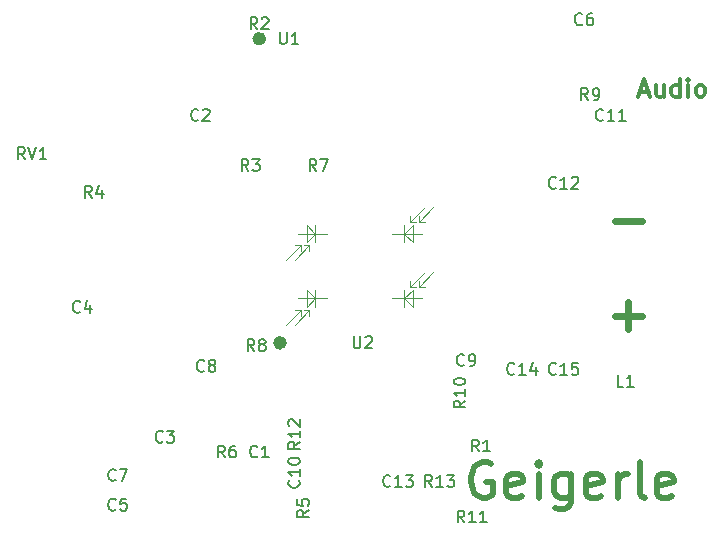
<source format=gbr>
%TF.GenerationSoftware,KiCad,Pcbnew,6.0.4-6f826c9f35~116~ubuntu20.04.1*%
%TF.CreationDate,2022-04-30T14:59:11+02:00*%
%TF.ProjectId,pin-gm-kicad,70696e2d-676d-42d6-9b69-6361642e6b69,rev?*%
%TF.SameCoordinates,Original*%
%TF.FileFunction,Legend,Top*%
%TF.FilePolarity,Positive*%
%FSLAX46Y46*%
G04 Gerber Fmt 4.6, Leading zero omitted, Abs format (unit mm)*
G04 Created by KiCad (PCBNEW 6.0.4-6f826c9f35~116~ubuntu20.04.1) date 2022-04-30 14:59:11*
%MOMM*%
%LPD*%
G01*
G04 APERTURE LIST*
%ADD10C,0.575000*%
%ADD11C,0.300000*%
%ADD12C,0.600000*%
%ADD13C,0.500000*%
%ADD14C,0.150000*%
%ADD15C,0.120000*%
G04 APERTURE END LIST*
D10*
X76787500Y-53250000D02*
G75*
G03*
X76787500Y-53250000I-287500J0D01*
G01*
X78537500Y-79000000D02*
G75*
G03*
X78537500Y-79000000I-287500J0D01*
G01*
D11*
X108750000Y-57750000D02*
X109464285Y-57750000D01*
X108607142Y-58178571D02*
X109107142Y-56678571D01*
X109607142Y-58178571D01*
X110750000Y-57178571D02*
X110750000Y-58178571D01*
X110107142Y-57178571D02*
X110107142Y-57964285D01*
X110178571Y-58107142D01*
X110321428Y-58178571D01*
X110535714Y-58178571D01*
X110678571Y-58107142D01*
X110750000Y-58035714D01*
X112107142Y-58178571D02*
X112107142Y-56678571D01*
X112107142Y-58107142D02*
X111964285Y-58178571D01*
X111678571Y-58178571D01*
X111535714Y-58107142D01*
X111464285Y-58035714D01*
X111392857Y-57892857D01*
X111392857Y-57464285D01*
X111464285Y-57321428D01*
X111535714Y-57250000D01*
X111678571Y-57178571D01*
X111964285Y-57178571D01*
X112107142Y-57250000D01*
X112821428Y-58178571D02*
X112821428Y-57178571D01*
X112821428Y-56678571D02*
X112750000Y-56750000D01*
X112821428Y-56821428D01*
X112892857Y-56750000D01*
X112821428Y-56678571D01*
X112821428Y-56821428D01*
X113750000Y-58178571D02*
X113607142Y-58107142D01*
X113535714Y-58035714D01*
X113464285Y-57892857D01*
X113464285Y-57464285D01*
X113535714Y-57321428D01*
X113607142Y-57250000D01*
X113750000Y-57178571D01*
X113964285Y-57178571D01*
X114107142Y-57250000D01*
X114178571Y-57321428D01*
X114250000Y-57464285D01*
X114250000Y-57892857D01*
X114178571Y-58035714D01*
X114107142Y-58107142D01*
X113964285Y-58178571D01*
X113750000Y-58178571D01*
D12*
X106607142Y-76714285D02*
X108892857Y-76714285D01*
X107750000Y-77857142D02*
X107750000Y-75571428D01*
X106607142Y-68714285D02*
X108892857Y-68714285D01*
D13*
X96142857Y-89250000D02*
X95857142Y-89107142D01*
X95428571Y-89107142D01*
X95000000Y-89250000D01*
X94714285Y-89535714D01*
X94571428Y-89821428D01*
X94428571Y-90392857D01*
X94428571Y-90821428D01*
X94571428Y-91392857D01*
X94714285Y-91678571D01*
X95000000Y-91964285D01*
X95428571Y-92107142D01*
X95714285Y-92107142D01*
X96142857Y-91964285D01*
X96285714Y-91821428D01*
X96285714Y-90821428D01*
X95714285Y-90821428D01*
X98714285Y-91964285D02*
X98428571Y-92107142D01*
X97857142Y-92107142D01*
X97571428Y-91964285D01*
X97428571Y-91678571D01*
X97428571Y-90535714D01*
X97571428Y-90250000D01*
X97857142Y-90107142D01*
X98428571Y-90107142D01*
X98714285Y-90250000D01*
X98857142Y-90535714D01*
X98857142Y-90821428D01*
X97428571Y-91107142D01*
X100142857Y-92107142D02*
X100142857Y-90107142D01*
X100142857Y-89107142D02*
X100000000Y-89250000D01*
X100142857Y-89392857D01*
X100285714Y-89250000D01*
X100142857Y-89107142D01*
X100142857Y-89392857D01*
X102857142Y-90107142D02*
X102857142Y-92535714D01*
X102714285Y-92821428D01*
X102571428Y-92964285D01*
X102285714Y-93107142D01*
X101857142Y-93107142D01*
X101571428Y-92964285D01*
X102857142Y-91964285D02*
X102571428Y-92107142D01*
X102000000Y-92107142D01*
X101714285Y-91964285D01*
X101571428Y-91821428D01*
X101428571Y-91535714D01*
X101428571Y-90678571D01*
X101571428Y-90392857D01*
X101714285Y-90250000D01*
X102000000Y-90107142D01*
X102571428Y-90107142D01*
X102857142Y-90250000D01*
X105428571Y-91964285D02*
X105142857Y-92107142D01*
X104571428Y-92107142D01*
X104285714Y-91964285D01*
X104142857Y-91678571D01*
X104142857Y-90535714D01*
X104285714Y-90250000D01*
X104571428Y-90107142D01*
X105142857Y-90107142D01*
X105428571Y-90250000D01*
X105571428Y-90535714D01*
X105571428Y-90821428D01*
X104142857Y-91107142D01*
X106857142Y-92107142D02*
X106857142Y-90107142D01*
X106857142Y-90678571D02*
X107000000Y-90392857D01*
X107142857Y-90250000D01*
X107428571Y-90107142D01*
X107714285Y-90107142D01*
X109142857Y-92107142D02*
X108857142Y-91964285D01*
X108714285Y-91678571D01*
X108714285Y-89107142D01*
X111428571Y-91964285D02*
X111142857Y-92107142D01*
X110571428Y-92107142D01*
X110285714Y-91964285D01*
X110142857Y-91678571D01*
X110142857Y-90535714D01*
X110285714Y-90250000D01*
X110571428Y-90107142D01*
X111142857Y-90107142D01*
X111428571Y-90250000D01*
X111571428Y-90535714D01*
X111571428Y-90821428D01*
X110142857Y-91107142D01*
D14*
%TO.C,C5*%
X64333333Y-93107142D02*
X64285714Y-93154761D01*
X64142857Y-93202380D01*
X64047619Y-93202380D01*
X63904761Y-93154761D01*
X63809523Y-93059523D01*
X63761904Y-92964285D01*
X63714285Y-92773809D01*
X63714285Y-92630952D01*
X63761904Y-92440476D01*
X63809523Y-92345238D01*
X63904761Y-92250000D01*
X64047619Y-92202380D01*
X64142857Y-92202380D01*
X64285714Y-92250000D01*
X64333333Y-92297619D01*
X65238095Y-92202380D02*
X64761904Y-92202380D01*
X64714285Y-92678571D01*
X64761904Y-92630952D01*
X64857142Y-92583333D01*
X65095238Y-92583333D01*
X65190476Y-92630952D01*
X65238095Y-92678571D01*
X65285714Y-92773809D01*
X65285714Y-93011904D01*
X65238095Y-93107142D01*
X65190476Y-93154761D01*
X65095238Y-93202380D01*
X64857142Y-93202380D01*
X64761904Y-93154761D01*
X64714285Y-93107142D01*
%TO.C,RV1*%
X56654761Y-63452380D02*
X56321428Y-62976190D01*
X56083333Y-63452380D02*
X56083333Y-62452380D01*
X56464285Y-62452380D01*
X56559523Y-62500000D01*
X56607142Y-62547619D01*
X56654761Y-62642857D01*
X56654761Y-62785714D01*
X56607142Y-62880952D01*
X56559523Y-62928571D01*
X56464285Y-62976190D01*
X56083333Y-62976190D01*
X56940476Y-62452380D02*
X57273809Y-63452380D01*
X57607142Y-62452380D01*
X58464285Y-63452380D02*
X57892857Y-63452380D01*
X58178571Y-63452380D02*
X58178571Y-62452380D01*
X58083333Y-62595238D01*
X57988095Y-62690476D01*
X57892857Y-62738095D01*
%TO.C,C12*%
X101607142Y-65857142D02*
X101559523Y-65904761D01*
X101416666Y-65952380D01*
X101321428Y-65952380D01*
X101178571Y-65904761D01*
X101083333Y-65809523D01*
X101035714Y-65714285D01*
X100988095Y-65523809D01*
X100988095Y-65380952D01*
X101035714Y-65190476D01*
X101083333Y-65095238D01*
X101178571Y-65000000D01*
X101321428Y-64952380D01*
X101416666Y-64952380D01*
X101559523Y-65000000D01*
X101607142Y-65047619D01*
X102559523Y-65952380D02*
X101988095Y-65952380D01*
X102273809Y-65952380D02*
X102273809Y-64952380D01*
X102178571Y-65095238D01*
X102083333Y-65190476D01*
X101988095Y-65238095D01*
X102940476Y-65047619D02*
X102988095Y-65000000D01*
X103083333Y-64952380D01*
X103321428Y-64952380D01*
X103416666Y-65000000D01*
X103464285Y-65047619D01*
X103511904Y-65142857D01*
X103511904Y-65238095D01*
X103464285Y-65380952D01*
X102892857Y-65952380D01*
X103511904Y-65952380D01*
%TO.C,C4*%
X61333333Y-76357142D02*
X61285714Y-76404761D01*
X61142857Y-76452380D01*
X61047619Y-76452380D01*
X60904761Y-76404761D01*
X60809523Y-76309523D01*
X60761904Y-76214285D01*
X60714285Y-76023809D01*
X60714285Y-75880952D01*
X60761904Y-75690476D01*
X60809523Y-75595238D01*
X60904761Y-75500000D01*
X61047619Y-75452380D01*
X61142857Y-75452380D01*
X61285714Y-75500000D01*
X61333333Y-75547619D01*
X62190476Y-75785714D02*
X62190476Y-76452380D01*
X61952380Y-75404761D02*
X61714285Y-76119047D01*
X62333333Y-76119047D01*
%TO.C,C15*%
X101607142Y-81607142D02*
X101559523Y-81654761D01*
X101416666Y-81702380D01*
X101321428Y-81702380D01*
X101178571Y-81654761D01*
X101083333Y-81559523D01*
X101035714Y-81464285D01*
X100988095Y-81273809D01*
X100988095Y-81130952D01*
X101035714Y-80940476D01*
X101083333Y-80845238D01*
X101178571Y-80750000D01*
X101321428Y-80702380D01*
X101416666Y-80702380D01*
X101559523Y-80750000D01*
X101607142Y-80797619D01*
X102559523Y-81702380D02*
X101988095Y-81702380D01*
X102273809Y-81702380D02*
X102273809Y-80702380D01*
X102178571Y-80845238D01*
X102083333Y-80940476D01*
X101988095Y-80988095D01*
X103464285Y-80702380D02*
X102988095Y-80702380D01*
X102940476Y-81178571D01*
X102988095Y-81130952D01*
X103083333Y-81083333D01*
X103321428Y-81083333D01*
X103416666Y-81130952D01*
X103464285Y-81178571D01*
X103511904Y-81273809D01*
X103511904Y-81511904D01*
X103464285Y-81607142D01*
X103416666Y-81654761D01*
X103321428Y-81702380D01*
X103083333Y-81702380D01*
X102988095Y-81654761D01*
X102940476Y-81607142D01*
%TO.C,R10*%
X93952380Y-83892857D02*
X93476190Y-84226190D01*
X93952380Y-84464285D02*
X92952380Y-84464285D01*
X92952380Y-84083333D01*
X93000000Y-83988095D01*
X93047619Y-83940476D01*
X93142857Y-83892857D01*
X93285714Y-83892857D01*
X93380952Y-83940476D01*
X93428571Y-83988095D01*
X93476190Y-84083333D01*
X93476190Y-84464285D01*
X93952380Y-82940476D02*
X93952380Y-83511904D01*
X93952380Y-83226190D02*
X92952380Y-83226190D01*
X93095238Y-83321428D01*
X93190476Y-83416666D01*
X93238095Y-83511904D01*
X92952380Y-82321428D02*
X92952380Y-82226190D01*
X93000000Y-82130952D01*
X93047619Y-82083333D01*
X93142857Y-82035714D01*
X93333333Y-81988095D01*
X93571428Y-81988095D01*
X93761904Y-82035714D01*
X93857142Y-82083333D01*
X93904761Y-82130952D01*
X93952380Y-82226190D01*
X93952380Y-82321428D01*
X93904761Y-82416666D01*
X93857142Y-82464285D01*
X93761904Y-82511904D01*
X93571428Y-82559523D01*
X93333333Y-82559523D01*
X93142857Y-82511904D01*
X93047619Y-82464285D01*
X93000000Y-82416666D01*
X92952380Y-82321428D01*
%TO.C,R13*%
X91107142Y-91202380D02*
X90773809Y-90726190D01*
X90535714Y-91202380D02*
X90535714Y-90202380D01*
X90916666Y-90202380D01*
X91011904Y-90250000D01*
X91059523Y-90297619D01*
X91107142Y-90392857D01*
X91107142Y-90535714D01*
X91059523Y-90630952D01*
X91011904Y-90678571D01*
X90916666Y-90726190D01*
X90535714Y-90726190D01*
X92059523Y-91202380D02*
X91488095Y-91202380D01*
X91773809Y-91202380D02*
X91773809Y-90202380D01*
X91678571Y-90345238D01*
X91583333Y-90440476D01*
X91488095Y-90488095D01*
X92392857Y-90202380D02*
X93011904Y-90202380D01*
X92678571Y-90583333D01*
X92821428Y-90583333D01*
X92916666Y-90630952D01*
X92964285Y-90678571D01*
X93011904Y-90773809D01*
X93011904Y-91011904D01*
X92964285Y-91107142D01*
X92916666Y-91154761D01*
X92821428Y-91202380D01*
X92535714Y-91202380D01*
X92440476Y-91154761D01*
X92392857Y-91107142D01*
%TO.C,R3*%
X75583333Y-64452380D02*
X75250000Y-63976190D01*
X75011904Y-64452380D02*
X75011904Y-63452380D01*
X75392857Y-63452380D01*
X75488095Y-63500000D01*
X75535714Y-63547619D01*
X75583333Y-63642857D01*
X75583333Y-63785714D01*
X75535714Y-63880952D01*
X75488095Y-63928571D01*
X75392857Y-63976190D01*
X75011904Y-63976190D01*
X75916666Y-63452380D02*
X76535714Y-63452380D01*
X76202380Y-63833333D01*
X76345238Y-63833333D01*
X76440476Y-63880952D01*
X76488095Y-63928571D01*
X76535714Y-64023809D01*
X76535714Y-64261904D01*
X76488095Y-64357142D01*
X76440476Y-64404761D01*
X76345238Y-64452380D01*
X76059523Y-64452380D01*
X75964285Y-64404761D01*
X75916666Y-64357142D01*
%TO.C,R8*%
X76083333Y-79702380D02*
X75750000Y-79226190D01*
X75511904Y-79702380D02*
X75511904Y-78702380D01*
X75892857Y-78702380D01*
X75988095Y-78750000D01*
X76035714Y-78797619D01*
X76083333Y-78892857D01*
X76083333Y-79035714D01*
X76035714Y-79130952D01*
X75988095Y-79178571D01*
X75892857Y-79226190D01*
X75511904Y-79226190D01*
X76654761Y-79130952D02*
X76559523Y-79083333D01*
X76511904Y-79035714D01*
X76464285Y-78940476D01*
X76464285Y-78892857D01*
X76511904Y-78797619D01*
X76559523Y-78750000D01*
X76654761Y-78702380D01*
X76845238Y-78702380D01*
X76940476Y-78750000D01*
X76988095Y-78797619D01*
X77035714Y-78892857D01*
X77035714Y-78940476D01*
X76988095Y-79035714D01*
X76940476Y-79083333D01*
X76845238Y-79130952D01*
X76654761Y-79130952D01*
X76559523Y-79178571D01*
X76511904Y-79226190D01*
X76464285Y-79321428D01*
X76464285Y-79511904D01*
X76511904Y-79607142D01*
X76559523Y-79654761D01*
X76654761Y-79702380D01*
X76845238Y-79702380D01*
X76940476Y-79654761D01*
X76988095Y-79607142D01*
X77035714Y-79511904D01*
X77035714Y-79321428D01*
X76988095Y-79226190D01*
X76940476Y-79178571D01*
X76845238Y-79130952D01*
%TO.C,R1*%
X95083333Y-88202380D02*
X94750000Y-87726190D01*
X94511904Y-88202380D02*
X94511904Y-87202380D01*
X94892857Y-87202380D01*
X94988095Y-87250000D01*
X95035714Y-87297619D01*
X95083333Y-87392857D01*
X95083333Y-87535714D01*
X95035714Y-87630952D01*
X94988095Y-87678571D01*
X94892857Y-87726190D01*
X94511904Y-87726190D01*
X96035714Y-88202380D02*
X95464285Y-88202380D01*
X95750000Y-88202380D02*
X95750000Y-87202380D01*
X95654761Y-87345238D01*
X95559523Y-87440476D01*
X95464285Y-87488095D01*
%TO.C,R12*%
X79952380Y-87392857D02*
X79476190Y-87726190D01*
X79952380Y-87964285D02*
X78952380Y-87964285D01*
X78952380Y-87583333D01*
X79000000Y-87488095D01*
X79047619Y-87440476D01*
X79142857Y-87392857D01*
X79285714Y-87392857D01*
X79380952Y-87440476D01*
X79428571Y-87488095D01*
X79476190Y-87583333D01*
X79476190Y-87964285D01*
X79952380Y-86440476D02*
X79952380Y-87011904D01*
X79952380Y-86726190D02*
X78952380Y-86726190D01*
X79095238Y-86821428D01*
X79190476Y-86916666D01*
X79238095Y-87011904D01*
X79047619Y-86059523D02*
X79000000Y-86011904D01*
X78952380Y-85916666D01*
X78952380Y-85678571D01*
X79000000Y-85583333D01*
X79047619Y-85535714D01*
X79142857Y-85488095D01*
X79238095Y-85488095D01*
X79380952Y-85535714D01*
X79952380Y-86107142D01*
X79952380Y-85488095D01*
%TO.C,R2*%
X76333333Y-52452380D02*
X76000000Y-51976190D01*
X75761904Y-52452380D02*
X75761904Y-51452380D01*
X76142857Y-51452380D01*
X76238095Y-51500000D01*
X76285714Y-51547619D01*
X76333333Y-51642857D01*
X76333333Y-51785714D01*
X76285714Y-51880952D01*
X76238095Y-51928571D01*
X76142857Y-51976190D01*
X75761904Y-51976190D01*
X76714285Y-51547619D02*
X76761904Y-51500000D01*
X76857142Y-51452380D01*
X77095238Y-51452380D01*
X77190476Y-51500000D01*
X77238095Y-51547619D01*
X77285714Y-51642857D01*
X77285714Y-51738095D01*
X77238095Y-51880952D01*
X76666666Y-52452380D01*
X77285714Y-52452380D01*
%TO.C,L1*%
X107333333Y-82702380D02*
X106857142Y-82702380D01*
X106857142Y-81702380D01*
X108190476Y-82702380D02*
X107619047Y-82702380D01*
X107904761Y-82702380D02*
X107904761Y-81702380D01*
X107809523Y-81845238D01*
X107714285Y-81940476D01*
X107619047Y-81988095D01*
%TO.C,R9*%
X104333333Y-58452380D02*
X104000000Y-57976190D01*
X103761904Y-58452380D02*
X103761904Y-57452380D01*
X104142857Y-57452380D01*
X104238095Y-57500000D01*
X104285714Y-57547619D01*
X104333333Y-57642857D01*
X104333333Y-57785714D01*
X104285714Y-57880952D01*
X104238095Y-57928571D01*
X104142857Y-57976190D01*
X103761904Y-57976190D01*
X104809523Y-58452380D02*
X105000000Y-58452380D01*
X105095238Y-58404761D01*
X105142857Y-58357142D01*
X105238095Y-58214285D01*
X105285714Y-58023809D01*
X105285714Y-57642857D01*
X105238095Y-57547619D01*
X105190476Y-57500000D01*
X105095238Y-57452380D01*
X104904761Y-57452380D01*
X104809523Y-57500000D01*
X104761904Y-57547619D01*
X104714285Y-57642857D01*
X104714285Y-57880952D01*
X104761904Y-57976190D01*
X104809523Y-58023809D01*
X104904761Y-58071428D01*
X105095238Y-58071428D01*
X105190476Y-58023809D01*
X105238095Y-57976190D01*
X105285714Y-57880952D01*
%TO.C,C14*%
X98107142Y-81607142D02*
X98059523Y-81654761D01*
X97916666Y-81702380D01*
X97821428Y-81702380D01*
X97678571Y-81654761D01*
X97583333Y-81559523D01*
X97535714Y-81464285D01*
X97488095Y-81273809D01*
X97488095Y-81130952D01*
X97535714Y-80940476D01*
X97583333Y-80845238D01*
X97678571Y-80750000D01*
X97821428Y-80702380D01*
X97916666Y-80702380D01*
X98059523Y-80750000D01*
X98107142Y-80797619D01*
X99059523Y-81702380D02*
X98488095Y-81702380D01*
X98773809Y-81702380D02*
X98773809Y-80702380D01*
X98678571Y-80845238D01*
X98583333Y-80940476D01*
X98488095Y-80988095D01*
X99916666Y-81035714D02*
X99916666Y-81702380D01*
X99678571Y-80654761D02*
X99440476Y-81369047D01*
X100059523Y-81369047D01*
%TO.C,R6*%
X73583333Y-88702380D02*
X73250000Y-88226190D01*
X73011904Y-88702380D02*
X73011904Y-87702380D01*
X73392857Y-87702380D01*
X73488095Y-87750000D01*
X73535714Y-87797619D01*
X73583333Y-87892857D01*
X73583333Y-88035714D01*
X73535714Y-88130952D01*
X73488095Y-88178571D01*
X73392857Y-88226190D01*
X73011904Y-88226190D01*
X74440476Y-87702380D02*
X74250000Y-87702380D01*
X74154761Y-87750000D01*
X74107142Y-87797619D01*
X74011904Y-87940476D01*
X73964285Y-88130952D01*
X73964285Y-88511904D01*
X74011904Y-88607142D01*
X74059523Y-88654761D01*
X74154761Y-88702380D01*
X74345238Y-88702380D01*
X74440476Y-88654761D01*
X74488095Y-88607142D01*
X74535714Y-88511904D01*
X74535714Y-88273809D01*
X74488095Y-88178571D01*
X74440476Y-88130952D01*
X74345238Y-88083333D01*
X74154761Y-88083333D01*
X74059523Y-88130952D01*
X74011904Y-88178571D01*
X73964285Y-88273809D01*
%TO.C,C10*%
X79857142Y-90642857D02*
X79904761Y-90690476D01*
X79952380Y-90833333D01*
X79952380Y-90928571D01*
X79904761Y-91071428D01*
X79809523Y-91166666D01*
X79714285Y-91214285D01*
X79523809Y-91261904D01*
X79380952Y-91261904D01*
X79190476Y-91214285D01*
X79095238Y-91166666D01*
X79000000Y-91071428D01*
X78952380Y-90928571D01*
X78952380Y-90833333D01*
X79000000Y-90690476D01*
X79047619Y-90642857D01*
X79952380Y-89690476D02*
X79952380Y-90261904D01*
X79952380Y-89976190D02*
X78952380Y-89976190D01*
X79095238Y-90071428D01*
X79190476Y-90166666D01*
X79238095Y-90261904D01*
X78952380Y-89071428D02*
X78952380Y-88976190D01*
X79000000Y-88880952D01*
X79047619Y-88833333D01*
X79142857Y-88785714D01*
X79333333Y-88738095D01*
X79571428Y-88738095D01*
X79761904Y-88785714D01*
X79857142Y-88833333D01*
X79904761Y-88880952D01*
X79952380Y-88976190D01*
X79952380Y-89071428D01*
X79904761Y-89166666D01*
X79857142Y-89214285D01*
X79761904Y-89261904D01*
X79571428Y-89309523D01*
X79333333Y-89309523D01*
X79142857Y-89261904D01*
X79047619Y-89214285D01*
X79000000Y-89166666D01*
X78952380Y-89071428D01*
%TO.C,U2*%
X84488095Y-78452380D02*
X84488095Y-79261904D01*
X84535714Y-79357142D01*
X84583333Y-79404761D01*
X84678571Y-79452380D01*
X84869047Y-79452380D01*
X84964285Y-79404761D01*
X85011904Y-79357142D01*
X85059523Y-79261904D01*
X85059523Y-78452380D01*
X85488095Y-78547619D02*
X85535714Y-78500000D01*
X85630952Y-78452380D01*
X85869047Y-78452380D01*
X85964285Y-78500000D01*
X86011904Y-78547619D01*
X86059523Y-78642857D01*
X86059523Y-78738095D01*
X86011904Y-78880952D01*
X85440476Y-79452380D01*
X86059523Y-79452380D01*
%TO.C,R4*%
X62333333Y-66702380D02*
X62000000Y-66226190D01*
X61761904Y-66702380D02*
X61761904Y-65702380D01*
X62142857Y-65702380D01*
X62238095Y-65750000D01*
X62285714Y-65797619D01*
X62333333Y-65892857D01*
X62333333Y-66035714D01*
X62285714Y-66130952D01*
X62238095Y-66178571D01*
X62142857Y-66226190D01*
X61761904Y-66226190D01*
X63190476Y-66035714D02*
X63190476Y-66702380D01*
X62952380Y-65654761D02*
X62714285Y-66369047D01*
X63333333Y-66369047D01*
%TO.C,C3*%
X68333333Y-87357142D02*
X68285714Y-87404761D01*
X68142857Y-87452380D01*
X68047619Y-87452380D01*
X67904761Y-87404761D01*
X67809523Y-87309523D01*
X67761904Y-87214285D01*
X67714285Y-87023809D01*
X67714285Y-86880952D01*
X67761904Y-86690476D01*
X67809523Y-86595238D01*
X67904761Y-86500000D01*
X68047619Y-86452380D01*
X68142857Y-86452380D01*
X68285714Y-86500000D01*
X68333333Y-86547619D01*
X68666666Y-86452380D02*
X69285714Y-86452380D01*
X68952380Y-86833333D01*
X69095238Y-86833333D01*
X69190476Y-86880952D01*
X69238095Y-86928571D01*
X69285714Y-87023809D01*
X69285714Y-87261904D01*
X69238095Y-87357142D01*
X69190476Y-87404761D01*
X69095238Y-87452380D01*
X68809523Y-87452380D01*
X68714285Y-87404761D01*
X68666666Y-87357142D01*
%TO.C,R11*%
X93857142Y-94202380D02*
X93523809Y-93726190D01*
X93285714Y-94202380D02*
X93285714Y-93202380D01*
X93666666Y-93202380D01*
X93761904Y-93250000D01*
X93809523Y-93297619D01*
X93857142Y-93392857D01*
X93857142Y-93535714D01*
X93809523Y-93630952D01*
X93761904Y-93678571D01*
X93666666Y-93726190D01*
X93285714Y-93726190D01*
X94809523Y-94202380D02*
X94238095Y-94202380D01*
X94523809Y-94202380D02*
X94523809Y-93202380D01*
X94428571Y-93345238D01*
X94333333Y-93440476D01*
X94238095Y-93488095D01*
X95761904Y-94202380D02*
X95190476Y-94202380D01*
X95476190Y-94202380D02*
X95476190Y-93202380D01*
X95380952Y-93345238D01*
X95285714Y-93440476D01*
X95190476Y-93488095D01*
%TO.C,C6*%
X103833333Y-52007142D02*
X103785714Y-52054761D01*
X103642857Y-52102380D01*
X103547619Y-52102380D01*
X103404761Y-52054761D01*
X103309523Y-51959523D01*
X103261904Y-51864285D01*
X103214285Y-51673809D01*
X103214285Y-51530952D01*
X103261904Y-51340476D01*
X103309523Y-51245238D01*
X103404761Y-51150000D01*
X103547619Y-51102380D01*
X103642857Y-51102380D01*
X103785714Y-51150000D01*
X103833333Y-51197619D01*
X104690476Y-51102380D02*
X104500000Y-51102380D01*
X104404761Y-51150000D01*
X104357142Y-51197619D01*
X104261904Y-51340476D01*
X104214285Y-51530952D01*
X104214285Y-51911904D01*
X104261904Y-52007142D01*
X104309523Y-52054761D01*
X104404761Y-52102380D01*
X104595238Y-52102380D01*
X104690476Y-52054761D01*
X104738095Y-52007142D01*
X104785714Y-51911904D01*
X104785714Y-51673809D01*
X104738095Y-51578571D01*
X104690476Y-51530952D01*
X104595238Y-51483333D01*
X104404761Y-51483333D01*
X104309523Y-51530952D01*
X104261904Y-51578571D01*
X104214285Y-51673809D01*
%TO.C,R5*%
X80702380Y-93166666D02*
X80226190Y-93500000D01*
X80702380Y-93738095D02*
X79702380Y-93738095D01*
X79702380Y-93357142D01*
X79750000Y-93261904D01*
X79797619Y-93214285D01*
X79892857Y-93166666D01*
X80035714Y-93166666D01*
X80130952Y-93214285D01*
X80178571Y-93261904D01*
X80226190Y-93357142D01*
X80226190Y-93738095D01*
X79702380Y-92261904D02*
X79702380Y-92738095D01*
X80178571Y-92785714D01*
X80130952Y-92738095D01*
X80083333Y-92642857D01*
X80083333Y-92404761D01*
X80130952Y-92309523D01*
X80178571Y-92261904D01*
X80273809Y-92214285D01*
X80511904Y-92214285D01*
X80607142Y-92261904D01*
X80654761Y-92309523D01*
X80702380Y-92404761D01*
X80702380Y-92642857D01*
X80654761Y-92738095D01*
X80607142Y-92785714D01*
%TO.C,C1*%
X76333333Y-88607142D02*
X76285714Y-88654761D01*
X76142857Y-88702380D01*
X76047619Y-88702380D01*
X75904761Y-88654761D01*
X75809523Y-88559523D01*
X75761904Y-88464285D01*
X75714285Y-88273809D01*
X75714285Y-88130952D01*
X75761904Y-87940476D01*
X75809523Y-87845238D01*
X75904761Y-87750000D01*
X76047619Y-87702380D01*
X76142857Y-87702380D01*
X76285714Y-87750000D01*
X76333333Y-87797619D01*
X77285714Y-88702380D02*
X76714285Y-88702380D01*
X77000000Y-88702380D02*
X77000000Y-87702380D01*
X76904761Y-87845238D01*
X76809523Y-87940476D01*
X76714285Y-87988095D01*
%TO.C,C13*%
X87607142Y-91107142D02*
X87559523Y-91154761D01*
X87416666Y-91202380D01*
X87321428Y-91202380D01*
X87178571Y-91154761D01*
X87083333Y-91059523D01*
X87035714Y-90964285D01*
X86988095Y-90773809D01*
X86988095Y-90630952D01*
X87035714Y-90440476D01*
X87083333Y-90345238D01*
X87178571Y-90250000D01*
X87321428Y-90202380D01*
X87416666Y-90202380D01*
X87559523Y-90250000D01*
X87607142Y-90297619D01*
X88559523Y-91202380D02*
X87988095Y-91202380D01*
X88273809Y-91202380D02*
X88273809Y-90202380D01*
X88178571Y-90345238D01*
X88083333Y-90440476D01*
X87988095Y-90488095D01*
X88892857Y-90202380D02*
X89511904Y-90202380D01*
X89178571Y-90583333D01*
X89321428Y-90583333D01*
X89416666Y-90630952D01*
X89464285Y-90678571D01*
X89511904Y-90773809D01*
X89511904Y-91011904D01*
X89464285Y-91107142D01*
X89416666Y-91154761D01*
X89321428Y-91202380D01*
X89035714Y-91202380D01*
X88940476Y-91154761D01*
X88892857Y-91107142D01*
%TO.C,C2*%
X71333333Y-60107142D02*
X71285714Y-60154761D01*
X71142857Y-60202380D01*
X71047619Y-60202380D01*
X70904761Y-60154761D01*
X70809523Y-60059523D01*
X70761904Y-59964285D01*
X70714285Y-59773809D01*
X70714285Y-59630952D01*
X70761904Y-59440476D01*
X70809523Y-59345238D01*
X70904761Y-59250000D01*
X71047619Y-59202380D01*
X71142857Y-59202380D01*
X71285714Y-59250000D01*
X71333333Y-59297619D01*
X71714285Y-59297619D02*
X71761904Y-59250000D01*
X71857142Y-59202380D01*
X72095238Y-59202380D01*
X72190476Y-59250000D01*
X72238095Y-59297619D01*
X72285714Y-59392857D01*
X72285714Y-59488095D01*
X72238095Y-59630952D01*
X71666666Y-60202380D01*
X72285714Y-60202380D01*
%TO.C,C8*%
X71833333Y-81357142D02*
X71785714Y-81404761D01*
X71642857Y-81452380D01*
X71547619Y-81452380D01*
X71404761Y-81404761D01*
X71309523Y-81309523D01*
X71261904Y-81214285D01*
X71214285Y-81023809D01*
X71214285Y-80880952D01*
X71261904Y-80690476D01*
X71309523Y-80595238D01*
X71404761Y-80500000D01*
X71547619Y-80452380D01*
X71642857Y-80452380D01*
X71785714Y-80500000D01*
X71833333Y-80547619D01*
X72404761Y-80880952D02*
X72309523Y-80833333D01*
X72261904Y-80785714D01*
X72214285Y-80690476D01*
X72214285Y-80642857D01*
X72261904Y-80547619D01*
X72309523Y-80500000D01*
X72404761Y-80452380D01*
X72595238Y-80452380D01*
X72690476Y-80500000D01*
X72738095Y-80547619D01*
X72785714Y-80642857D01*
X72785714Y-80690476D01*
X72738095Y-80785714D01*
X72690476Y-80833333D01*
X72595238Y-80880952D01*
X72404761Y-80880952D01*
X72309523Y-80928571D01*
X72261904Y-80976190D01*
X72214285Y-81071428D01*
X72214285Y-81261904D01*
X72261904Y-81357142D01*
X72309523Y-81404761D01*
X72404761Y-81452380D01*
X72595238Y-81452380D01*
X72690476Y-81404761D01*
X72738095Y-81357142D01*
X72785714Y-81261904D01*
X72785714Y-81071428D01*
X72738095Y-80976190D01*
X72690476Y-80928571D01*
X72595238Y-80880952D01*
%TO.C,R7*%
X81333333Y-64452380D02*
X81000000Y-63976190D01*
X80761904Y-64452380D02*
X80761904Y-63452380D01*
X81142857Y-63452380D01*
X81238095Y-63500000D01*
X81285714Y-63547619D01*
X81333333Y-63642857D01*
X81333333Y-63785714D01*
X81285714Y-63880952D01*
X81238095Y-63928571D01*
X81142857Y-63976190D01*
X80761904Y-63976190D01*
X81666666Y-63452380D02*
X82333333Y-63452380D01*
X81904761Y-64452380D01*
%TO.C,C9*%
X93833333Y-80857142D02*
X93785714Y-80904761D01*
X93642857Y-80952380D01*
X93547619Y-80952380D01*
X93404761Y-80904761D01*
X93309523Y-80809523D01*
X93261904Y-80714285D01*
X93214285Y-80523809D01*
X93214285Y-80380952D01*
X93261904Y-80190476D01*
X93309523Y-80095238D01*
X93404761Y-80000000D01*
X93547619Y-79952380D01*
X93642857Y-79952380D01*
X93785714Y-80000000D01*
X93833333Y-80047619D01*
X94309523Y-80952380D02*
X94500000Y-80952380D01*
X94595238Y-80904761D01*
X94642857Y-80857142D01*
X94738095Y-80714285D01*
X94785714Y-80523809D01*
X94785714Y-80142857D01*
X94738095Y-80047619D01*
X94690476Y-80000000D01*
X94595238Y-79952380D01*
X94404761Y-79952380D01*
X94309523Y-80000000D01*
X94261904Y-80047619D01*
X94214285Y-80142857D01*
X94214285Y-80380952D01*
X94261904Y-80476190D01*
X94309523Y-80523809D01*
X94404761Y-80571428D01*
X94595238Y-80571428D01*
X94690476Y-80523809D01*
X94738095Y-80476190D01*
X94785714Y-80380952D01*
%TO.C,U1*%
X78238095Y-52702380D02*
X78238095Y-53511904D01*
X78285714Y-53607142D01*
X78333333Y-53654761D01*
X78428571Y-53702380D01*
X78619047Y-53702380D01*
X78714285Y-53654761D01*
X78761904Y-53607142D01*
X78809523Y-53511904D01*
X78809523Y-52702380D01*
X79809523Y-53702380D02*
X79238095Y-53702380D01*
X79523809Y-53702380D02*
X79523809Y-52702380D01*
X79428571Y-52845238D01*
X79333333Y-52940476D01*
X79238095Y-52988095D01*
%TO.C,C7*%
X64333333Y-90607142D02*
X64285714Y-90654761D01*
X64142857Y-90702380D01*
X64047619Y-90702380D01*
X63904761Y-90654761D01*
X63809523Y-90559523D01*
X63761904Y-90464285D01*
X63714285Y-90273809D01*
X63714285Y-90130952D01*
X63761904Y-89940476D01*
X63809523Y-89845238D01*
X63904761Y-89750000D01*
X64047619Y-89702380D01*
X64142857Y-89702380D01*
X64285714Y-89750000D01*
X64333333Y-89797619D01*
X64666666Y-89702380D02*
X65333333Y-89702380D01*
X64904761Y-90702380D01*
%TO.C,C11*%
X105607142Y-60107142D02*
X105559523Y-60154761D01*
X105416666Y-60202380D01*
X105321428Y-60202380D01*
X105178571Y-60154761D01*
X105083333Y-60059523D01*
X105035714Y-59964285D01*
X104988095Y-59773809D01*
X104988095Y-59630952D01*
X105035714Y-59440476D01*
X105083333Y-59345238D01*
X105178571Y-59250000D01*
X105321428Y-59202380D01*
X105416666Y-59202380D01*
X105559523Y-59250000D01*
X105607142Y-59297619D01*
X106559523Y-60202380D02*
X105988095Y-60202380D01*
X106273809Y-60202380D02*
X106273809Y-59202380D01*
X106178571Y-59345238D01*
X106083333Y-59440476D01*
X105988095Y-59488095D01*
X107511904Y-60202380D02*
X106940476Y-60202380D01*
X107226190Y-60202380D02*
X107226190Y-59202380D01*
X107130952Y-59345238D01*
X107035714Y-59440476D01*
X106940476Y-59488095D01*
D15*
%TO.C,D2*%
X89500000Y-76000000D02*
X89500000Y-74500000D01*
X90000000Y-74250000D02*
X91250000Y-73000000D01*
X88750000Y-75250000D02*
X89500000Y-76000000D01*
X89250000Y-74250000D02*
X89750000Y-74250000D01*
X89250000Y-74250000D02*
X89250000Y-74000000D01*
X89500000Y-74500000D02*
X88750000Y-75250000D01*
X90000000Y-74250000D02*
X90500000Y-74250000D01*
X87750000Y-75250000D02*
X90250000Y-75250000D01*
X90000000Y-74250000D02*
X90000000Y-73750000D01*
X88750000Y-76000000D02*
X88750000Y-74500000D01*
X89250000Y-74250000D02*
X89250000Y-73750000D01*
X90000000Y-74250000D02*
X90000000Y-74000000D01*
X89250000Y-74250000D02*
X90500000Y-73000000D01*
%TO.C,D3*%
X80000000Y-70750000D02*
X78750000Y-72000000D01*
X80500000Y-70500000D02*
X81250000Y-69750000D01*
X80000000Y-70750000D02*
X80000000Y-71250000D01*
X80000000Y-70750000D02*
X79500000Y-70750000D01*
X82250000Y-69750000D02*
X79750000Y-69750000D01*
X81250000Y-69750000D02*
X80500000Y-69000000D01*
X80500000Y-69000000D02*
X80500000Y-70500000D01*
X80000000Y-70750000D02*
X80000000Y-71000000D01*
X80750000Y-70750000D02*
X80250000Y-70750000D01*
X80750000Y-70750000D02*
X80750000Y-71250000D01*
X80750000Y-70750000D02*
X79500000Y-72000000D01*
X80750000Y-70750000D02*
X80750000Y-71000000D01*
X81250000Y-69000000D02*
X81250000Y-70500000D01*
%TO.C,D4*%
X89500000Y-70500000D02*
X89500000Y-69000000D01*
X89250000Y-68750000D02*
X89750000Y-68750000D01*
X89250000Y-68750000D02*
X90500000Y-67500000D01*
X89250000Y-68750000D02*
X89250000Y-68500000D01*
X90000000Y-68750000D02*
X90000000Y-68250000D01*
X89250000Y-68750000D02*
X89250000Y-68250000D01*
X90000000Y-68750000D02*
X90000000Y-68500000D01*
X90000000Y-68750000D02*
X91250000Y-67500000D01*
X89500000Y-69000000D02*
X88750000Y-69750000D01*
X88750000Y-69750000D02*
X89500000Y-70500000D01*
X88750000Y-70500000D02*
X88750000Y-69000000D01*
X90000000Y-68750000D02*
X90500000Y-68750000D01*
X87750000Y-69750000D02*
X90250000Y-69750000D01*
%TO.C,D1*%
X80500000Y-76000000D02*
X81250000Y-75250000D01*
X80000000Y-76250000D02*
X79500000Y-76250000D01*
X80750000Y-76250000D02*
X80750000Y-76750000D01*
X82250000Y-75250000D02*
X79750000Y-75250000D01*
X81250000Y-74500000D02*
X81250000Y-76000000D01*
X80750000Y-76250000D02*
X80250000Y-76250000D01*
X80500000Y-74500000D02*
X80500000Y-76000000D01*
X80000000Y-76250000D02*
X80000000Y-76750000D01*
X80000000Y-76250000D02*
X80000000Y-76500000D01*
X80750000Y-76250000D02*
X80750000Y-76500000D01*
X80000000Y-76250000D02*
X78750000Y-77500000D01*
X80750000Y-76250000D02*
X79500000Y-77500000D01*
X81250000Y-75250000D02*
X80500000Y-74500000D01*
%TD*%
M02*

</source>
